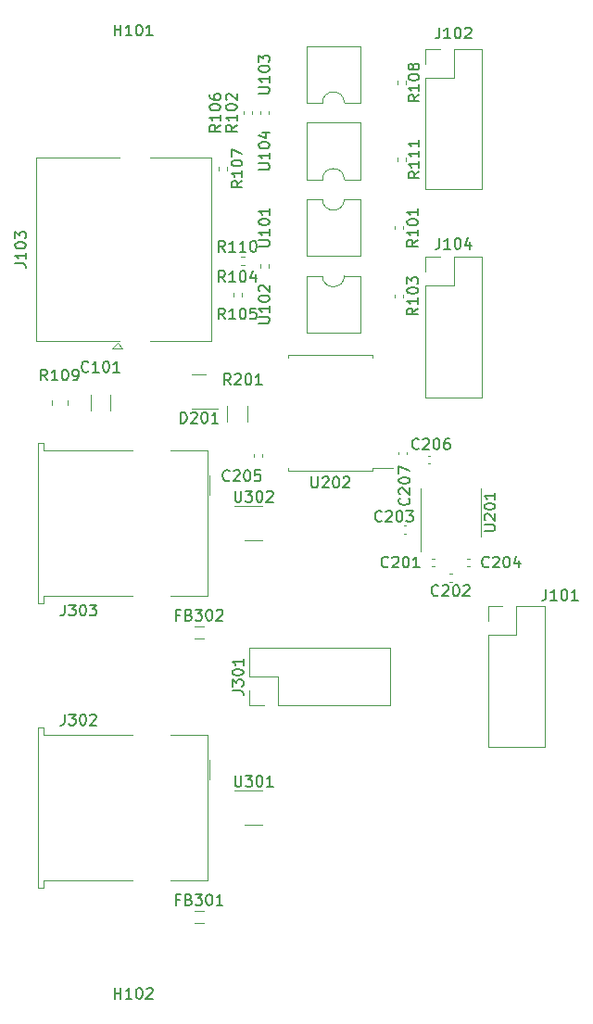
<source format=gto>
G04 #@! TF.GenerationSoftware,KiCad,Pcbnew,6.0.5+dfsg-1~bpo11+1*
G04 #@! TF.CreationDate,2023-01-21T12:00:25+00:00*
G04 #@! TF.ProjectId,nascontrol-remote,6e617363-6f6e-4747-926f-6c2d72656d6f,rev?*
G04 #@! TF.SameCoordinates,Original*
G04 #@! TF.FileFunction,Legend,Top*
G04 #@! TF.FilePolarity,Positive*
%FSLAX46Y46*%
G04 Gerber Fmt 4.6, Leading zero omitted, Abs format (unit mm)*
G04 Created by KiCad (PCBNEW 6.0.5+dfsg-1~bpo11+1) date 2023-01-21 12:00:25*
%MOMM*%
%LPD*%
G01*
G04 APERTURE LIST*
%ADD10C,0.150000*%
%ADD11C,0.120000*%
G04 APERTURE END LIST*
D10*
X107285714Y-149452380D02*
X107285714Y-148452380D01*
X107285714Y-148928571D02*
X107857142Y-148928571D01*
X107857142Y-149452380D02*
X107857142Y-148452380D01*
X108857142Y-149452380D02*
X108285714Y-149452380D01*
X108571428Y-149452380D02*
X108571428Y-148452380D01*
X108476190Y-148595238D01*
X108380952Y-148690476D01*
X108285714Y-148738095D01*
X109476190Y-148452380D02*
X109571428Y-148452380D01*
X109666666Y-148500000D01*
X109714285Y-148547619D01*
X109761904Y-148642857D01*
X109809523Y-148833333D01*
X109809523Y-149071428D01*
X109761904Y-149261904D01*
X109714285Y-149357142D01*
X109666666Y-149404761D01*
X109571428Y-149452380D01*
X109476190Y-149452380D01*
X109380952Y-149404761D01*
X109333333Y-149357142D01*
X109285714Y-149261904D01*
X109238095Y-149071428D01*
X109238095Y-148833333D01*
X109285714Y-148642857D01*
X109333333Y-148547619D01*
X109380952Y-148500000D01*
X109476190Y-148452380D01*
X110190476Y-148547619D02*
X110238095Y-148500000D01*
X110333333Y-148452380D01*
X110571428Y-148452380D01*
X110666666Y-148500000D01*
X110714285Y-148547619D01*
X110761904Y-148642857D01*
X110761904Y-148738095D01*
X110714285Y-148880952D01*
X110142857Y-149452380D01*
X110761904Y-149452380D01*
X136860952Y-112557142D02*
X136813333Y-112604761D01*
X136670476Y-112652380D01*
X136575238Y-112652380D01*
X136432380Y-112604761D01*
X136337142Y-112509523D01*
X136289523Y-112414285D01*
X136241904Y-112223809D01*
X136241904Y-112080952D01*
X136289523Y-111890476D01*
X136337142Y-111795238D01*
X136432380Y-111700000D01*
X136575238Y-111652380D01*
X136670476Y-111652380D01*
X136813333Y-111700000D01*
X136860952Y-111747619D01*
X137241904Y-111747619D02*
X137289523Y-111700000D01*
X137384761Y-111652380D01*
X137622857Y-111652380D01*
X137718095Y-111700000D01*
X137765714Y-111747619D01*
X137813333Y-111842857D01*
X137813333Y-111938095D01*
X137765714Y-112080952D01*
X137194285Y-112652380D01*
X137813333Y-112652380D01*
X138432380Y-111652380D02*
X138527619Y-111652380D01*
X138622857Y-111700000D01*
X138670476Y-111747619D01*
X138718095Y-111842857D01*
X138765714Y-112033333D01*
X138765714Y-112271428D01*
X138718095Y-112461904D01*
X138670476Y-112557142D01*
X138622857Y-112604761D01*
X138527619Y-112652380D01*
X138432380Y-112652380D01*
X138337142Y-112604761D01*
X138289523Y-112557142D01*
X138241904Y-112461904D01*
X138194285Y-112271428D01*
X138194285Y-112033333D01*
X138241904Y-111842857D01*
X138289523Y-111747619D01*
X138337142Y-111700000D01*
X138432380Y-111652380D01*
X139146666Y-111747619D02*
X139194285Y-111700000D01*
X139289523Y-111652380D01*
X139527619Y-111652380D01*
X139622857Y-111700000D01*
X139670476Y-111747619D01*
X139718095Y-111842857D01*
X139718095Y-111938095D01*
X139670476Y-112080952D01*
X139099047Y-112652380D01*
X139718095Y-112652380D01*
X113214285Y-114378571D02*
X112880952Y-114378571D01*
X112880952Y-114902380D02*
X112880952Y-113902380D01*
X113357142Y-113902380D01*
X114071428Y-114378571D02*
X114214285Y-114426190D01*
X114261904Y-114473809D01*
X114309523Y-114569047D01*
X114309523Y-114711904D01*
X114261904Y-114807142D01*
X114214285Y-114854761D01*
X114119047Y-114902380D01*
X113738095Y-114902380D01*
X113738095Y-113902380D01*
X114071428Y-113902380D01*
X114166666Y-113950000D01*
X114214285Y-113997619D01*
X114261904Y-114092857D01*
X114261904Y-114188095D01*
X114214285Y-114283333D01*
X114166666Y-114330952D01*
X114071428Y-114378571D01*
X113738095Y-114378571D01*
X114642857Y-113902380D02*
X115261904Y-113902380D01*
X114928571Y-114283333D01*
X115071428Y-114283333D01*
X115166666Y-114330952D01*
X115214285Y-114378571D01*
X115261904Y-114473809D01*
X115261904Y-114711904D01*
X115214285Y-114807142D01*
X115166666Y-114854761D01*
X115071428Y-114902380D01*
X114785714Y-114902380D01*
X114690476Y-114854761D01*
X114642857Y-114807142D01*
X115880952Y-113902380D02*
X115976190Y-113902380D01*
X116071428Y-113950000D01*
X116119047Y-113997619D01*
X116166666Y-114092857D01*
X116214285Y-114283333D01*
X116214285Y-114521428D01*
X116166666Y-114711904D01*
X116119047Y-114807142D01*
X116071428Y-114854761D01*
X115976190Y-114902380D01*
X115880952Y-114902380D01*
X115785714Y-114854761D01*
X115738095Y-114807142D01*
X115690476Y-114711904D01*
X115642857Y-114521428D01*
X115642857Y-114283333D01*
X115690476Y-114092857D01*
X115738095Y-113997619D01*
X115785714Y-113950000D01*
X115880952Y-113902380D01*
X116595238Y-113997619D02*
X116642857Y-113950000D01*
X116738095Y-113902380D01*
X116976190Y-113902380D01*
X117071428Y-113950000D01*
X117119047Y-113997619D01*
X117166666Y-114092857D01*
X117166666Y-114188095D01*
X117119047Y-114330952D01*
X116547619Y-114902380D01*
X117166666Y-114902380D01*
X102714285Y-123452380D02*
X102714285Y-124166666D01*
X102666666Y-124309523D01*
X102571428Y-124404761D01*
X102428571Y-124452380D01*
X102333333Y-124452380D01*
X103095238Y-123452380D02*
X103714285Y-123452380D01*
X103380952Y-123833333D01*
X103523809Y-123833333D01*
X103619047Y-123880952D01*
X103666666Y-123928571D01*
X103714285Y-124023809D01*
X103714285Y-124261904D01*
X103666666Y-124357142D01*
X103619047Y-124404761D01*
X103523809Y-124452380D01*
X103238095Y-124452380D01*
X103142857Y-124404761D01*
X103095238Y-124357142D01*
X104333333Y-123452380D02*
X104428571Y-123452380D01*
X104523809Y-123500000D01*
X104571428Y-123547619D01*
X104619047Y-123642857D01*
X104666666Y-123833333D01*
X104666666Y-124071428D01*
X104619047Y-124261904D01*
X104571428Y-124357142D01*
X104523809Y-124404761D01*
X104428571Y-124452380D01*
X104333333Y-124452380D01*
X104238095Y-124404761D01*
X104190476Y-124357142D01*
X104142857Y-124261904D01*
X104095238Y-124071428D01*
X104095238Y-123833333D01*
X104142857Y-123642857D01*
X104190476Y-123547619D01*
X104238095Y-123500000D01*
X104333333Y-123452380D01*
X105047619Y-123547619D02*
X105095238Y-123500000D01*
X105190476Y-123452380D01*
X105428571Y-123452380D01*
X105523809Y-123500000D01*
X105571428Y-123547619D01*
X105619047Y-123642857D01*
X105619047Y-123738095D01*
X105571428Y-123880952D01*
X105000000Y-124452380D01*
X105619047Y-124452380D01*
X118285714Y-129052380D02*
X118285714Y-129861904D01*
X118333333Y-129957142D01*
X118380952Y-130004761D01*
X118476190Y-130052380D01*
X118666666Y-130052380D01*
X118761904Y-130004761D01*
X118809523Y-129957142D01*
X118857142Y-129861904D01*
X118857142Y-129052380D01*
X119238095Y-129052380D02*
X119857142Y-129052380D01*
X119523809Y-129433333D01*
X119666666Y-129433333D01*
X119761904Y-129480952D01*
X119809523Y-129528571D01*
X119857142Y-129623809D01*
X119857142Y-129861904D01*
X119809523Y-129957142D01*
X119761904Y-130004761D01*
X119666666Y-130052380D01*
X119380952Y-130052380D01*
X119285714Y-130004761D01*
X119238095Y-129957142D01*
X120476190Y-129052380D02*
X120571428Y-129052380D01*
X120666666Y-129100000D01*
X120714285Y-129147619D01*
X120761904Y-129242857D01*
X120809523Y-129433333D01*
X120809523Y-129671428D01*
X120761904Y-129861904D01*
X120714285Y-129957142D01*
X120666666Y-130004761D01*
X120571428Y-130052380D01*
X120476190Y-130052380D01*
X120380952Y-130004761D01*
X120333333Y-129957142D01*
X120285714Y-129861904D01*
X120238095Y-129671428D01*
X120238095Y-129433333D01*
X120285714Y-129242857D01*
X120333333Y-129147619D01*
X120380952Y-129100000D01*
X120476190Y-129052380D01*
X121761904Y-130052380D02*
X121190476Y-130052380D01*
X121476190Y-130052380D02*
X121476190Y-129052380D01*
X121380952Y-129195238D01*
X121285714Y-129290476D01*
X121190476Y-129338095D01*
X132280952Y-109957142D02*
X132233333Y-110004761D01*
X132090476Y-110052380D01*
X131995238Y-110052380D01*
X131852380Y-110004761D01*
X131757142Y-109909523D01*
X131709523Y-109814285D01*
X131661904Y-109623809D01*
X131661904Y-109480952D01*
X131709523Y-109290476D01*
X131757142Y-109195238D01*
X131852380Y-109100000D01*
X131995238Y-109052380D01*
X132090476Y-109052380D01*
X132233333Y-109100000D01*
X132280952Y-109147619D01*
X132661904Y-109147619D02*
X132709523Y-109100000D01*
X132804761Y-109052380D01*
X133042857Y-109052380D01*
X133138095Y-109100000D01*
X133185714Y-109147619D01*
X133233333Y-109242857D01*
X133233333Y-109338095D01*
X133185714Y-109480952D01*
X132614285Y-110052380D01*
X133233333Y-110052380D01*
X133852380Y-109052380D02*
X133947619Y-109052380D01*
X134042857Y-109100000D01*
X134090476Y-109147619D01*
X134138095Y-109242857D01*
X134185714Y-109433333D01*
X134185714Y-109671428D01*
X134138095Y-109861904D01*
X134090476Y-109957142D01*
X134042857Y-110004761D01*
X133947619Y-110052380D01*
X133852380Y-110052380D01*
X133757142Y-110004761D01*
X133709523Y-109957142D01*
X133661904Y-109861904D01*
X133614285Y-109671428D01*
X133614285Y-109433333D01*
X133661904Y-109242857D01*
X133709523Y-109147619D01*
X133757142Y-109100000D01*
X133852380Y-109052380D01*
X135138095Y-110052380D02*
X134566666Y-110052380D01*
X134852380Y-110052380D02*
X134852380Y-109052380D01*
X134757142Y-109195238D01*
X134661904Y-109290476D01*
X134566666Y-109338095D01*
X98177380Y-82285714D02*
X98891666Y-82285714D01*
X99034523Y-82333333D01*
X99129761Y-82428571D01*
X99177380Y-82571428D01*
X99177380Y-82666666D01*
X99177380Y-81285714D02*
X99177380Y-81857142D01*
X99177380Y-81571428D02*
X98177380Y-81571428D01*
X98320238Y-81666666D01*
X98415476Y-81761904D01*
X98463095Y-81857142D01*
X98177380Y-80666666D02*
X98177380Y-80571428D01*
X98225000Y-80476190D01*
X98272619Y-80428571D01*
X98367857Y-80380952D01*
X98558333Y-80333333D01*
X98796428Y-80333333D01*
X98986904Y-80380952D01*
X99082142Y-80428571D01*
X99129761Y-80476190D01*
X99177380Y-80571428D01*
X99177380Y-80666666D01*
X99129761Y-80761904D01*
X99082142Y-80809523D01*
X98986904Y-80857142D01*
X98796428Y-80904761D01*
X98558333Y-80904761D01*
X98367857Y-80857142D01*
X98272619Y-80809523D01*
X98225000Y-80761904D01*
X98177380Y-80666666D01*
X98177380Y-80000000D02*
X98177380Y-79380952D01*
X98558333Y-79714285D01*
X98558333Y-79571428D01*
X98605952Y-79476190D01*
X98653571Y-79428571D01*
X98748809Y-79380952D01*
X98986904Y-79380952D01*
X99082142Y-79428571D01*
X99129761Y-79476190D01*
X99177380Y-79571428D01*
X99177380Y-79857142D01*
X99129761Y-79952380D01*
X99082142Y-80000000D01*
X120452380Y-87714285D02*
X121261904Y-87714285D01*
X121357142Y-87666666D01*
X121404761Y-87619047D01*
X121452380Y-87523809D01*
X121452380Y-87333333D01*
X121404761Y-87238095D01*
X121357142Y-87190476D01*
X121261904Y-87142857D01*
X120452380Y-87142857D01*
X121452380Y-86142857D02*
X121452380Y-86714285D01*
X121452380Y-86428571D02*
X120452380Y-86428571D01*
X120595238Y-86523809D01*
X120690476Y-86619047D01*
X120738095Y-86714285D01*
X120452380Y-85523809D02*
X120452380Y-85428571D01*
X120500000Y-85333333D01*
X120547619Y-85285714D01*
X120642857Y-85238095D01*
X120833333Y-85190476D01*
X121071428Y-85190476D01*
X121261904Y-85238095D01*
X121357142Y-85285714D01*
X121404761Y-85333333D01*
X121452380Y-85428571D01*
X121452380Y-85523809D01*
X121404761Y-85619047D01*
X121357142Y-85666666D01*
X121261904Y-85714285D01*
X121071428Y-85761904D01*
X120833333Y-85761904D01*
X120642857Y-85714285D01*
X120547619Y-85666666D01*
X120500000Y-85619047D01*
X120452380Y-85523809D01*
X120547619Y-84809523D02*
X120500000Y-84761904D01*
X120452380Y-84666666D01*
X120452380Y-84428571D01*
X120500000Y-84333333D01*
X120547619Y-84285714D01*
X120642857Y-84238095D01*
X120738095Y-84238095D01*
X120880952Y-84285714D01*
X121452380Y-84857142D01*
X121452380Y-84238095D01*
X117880952Y-93352380D02*
X117547619Y-92876190D01*
X117309523Y-93352380D02*
X117309523Y-92352380D01*
X117690476Y-92352380D01*
X117785714Y-92400000D01*
X117833333Y-92447619D01*
X117880952Y-92542857D01*
X117880952Y-92685714D01*
X117833333Y-92780952D01*
X117785714Y-92828571D01*
X117690476Y-92876190D01*
X117309523Y-92876190D01*
X118261904Y-92447619D02*
X118309523Y-92400000D01*
X118404761Y-92352380D01*
X118642857Y-92352380D01*
X118738095Y-92400000D01*
X118785714Y-92447619D01*
X118833333Y-92542857D01*
X118833333Y-92638095D01*
X118785714Y-92780952D01*
X118214285Y-93352380D01*
X118833333Y-93352380D01*
X119452380Y-92352380D02*
X119547619Y-92352380D01*
X119642857Y-92400000D01*
X119690476Y-92447619D01*
X119738095Y-92542857D01*
X119785714Y-92733333D01*
X119785714Y-92971428D01*
X119738095Y-93161904D01*
X119690476Y-93257142D01*
X119642857Y-93304761D01*
X119547619Y-93352380D01*
X119452380Y-93352380D01*
X119357142Y-93304761D01*
X119309523Y-93257142D01*
X119261904Y-93161904D01*
X119214285Y-92971428D01*
X119214285Y-92733333D01*
X119261904Y-92542857D01*
X119309523Y-92447619D01*
X119357142Y-92400000D01*
X119452380Y-92352380D01*
X120738095Y-93352380D02*
X120166666Y-93352380D01*
X120452380Y-93352380D02*
X120452380Y-92352380D01*
X120357142Y-92495238D01*
X120261904Y-92590476D01*
X120166666Y-92638095D01*
X146709285Y-112047380D02*
X146709285Y-112761666D01*
X146661666Y-112904523D01*
X146566428Y-112999761D01*
X146423571Y-113047380D01*
X146328333Y-113047380D01*
X147709285Y-113047380D02*
X147137857Y-113047380D01*
X147423571Y-113047380D02*
X147423571Y-112047380D01*
X147328333Y-112190238D01*
X147233095Y-112285476D01*
X147137857Y-112333095D01*
X148328333Y-112047380D02*
X148423571Y-112047380D01*
X148518809Y-112095000D01*
X148566428Y-112142619D01*
X148614047Y-112237857D01*
X148661666Y-112428333D01*
X148661666Y-112666428D01*
X148614047Y-112856904D01*
X148566428Y-112952142D01*
X148518809Y-112999761D01*
X148423571Y-113047380D01*
X148328333Y-113047380D01*
X148233095Y-112999761D01*
X148185476Y-112952142D01*
X148137857Y-112856904D01*
X148090238Y-112666428D01*
X148090238Y-112428333D01*
X148137857Y-112237857D01*
X148185476Y-112142619D01*
X148233095Y-112095000D01*
X148328333Y-112047380D01*
X149614047Y-113047380D02*
X149042619Y-113047380D01*
X149328333Y-113047380D02*
X149328333Y-112047380D01*
X149233095Y-112190238D01*
X149137857Y-112285476D01*
X149042619Y-112333095D01*
X117380952Y-87352380D02*
X117047619Y-86876190D01*
X116809523Y-87352380D02*
X116809523Y-86352380D01*
X117190476Y-86352380D01*
X117285714Y-86400000D01*
X117333333Y-86447619D01*
X117380952Y-86542857D01*
X117380952Y-86685714D01*
X117333333Y-86780952D01*
X117285714Y-86828571D01*
X117190476Y-86876190D01*
X116809523Y-86876190D01*
X118333333Y-87352380D02*
X117761904Y-87352380D01*
X118047619Y-87352380D02*
X118047619Y-86352380D01*
X117952380Y-86495238D01*
X117857142Y-86590476D01*
X117761904Y-86638095D01*
X118952380Y-86352380D02*
X119047619Y-86352380D01*
X119142857Y-86400000D01*
X119190476Y-86447619D01*
X119238095Y-86542857D01*
X119285714Y-86733333D01*
X119285714Y-86971428D01*
X119238095Y-87161904D01*
X119190476Y-87257142D01*
X119142857Y-87304761D01*
X119047619Y-87352380D01*
X118952380Y-87352380D01*
X118857142Y-87304761D01*
X118809523Y-87257142D01*
X118761904Y-87161904D01*
X118714285Y-86971428D01*
X118714285Y-86733333D01*
X118761904Y-86542857D01*
X118809523Y-86447619D01*
X118857142Y-86400000D01*
X118952380Y-86352380D01*
X120190476Y-86352380D02*
X119714285Y-86352380D01*
X119666666Y-86828571D01*
X119714285Y-86780952D01*
X119809523Y-86733333D01*
X120047619Y-86733333D01*
X120142857Y-86780952D01*
X120190476Y-86828571D01*
X120238095Y-86923809D01*
X120238095Y-87161904D01*
X120190476Y-87257142D01*
X120142857Y-87304761D01*
X120047619Y-87352380D01*
X119809523Y-87352380D01*
X119714285Y-87304761D01*
X119666666Y-87257142D01*
X125285714Y-101752380D02*
X125285714Y-102561904D01*
X125333333Y-102657142D01*
X125380952Y-102704761D01*
X125476190Y-102752380D01*
X125666666Y-102752380D01*
X125761904Y-102704761D01*
X125809523Y-102657142D01*
X125857142Y-102561904D01*
X125857142Y-101752380D01*
X126285714Y-101847619D02*
X126333333Y-101800000D01*
X126428571Y-101752380D01*
X126666666Y-101752380D01*
X126761904Y-101800000D01*
X126809523Y-101847619D01*
X126857142Y-101942857D01*
X126857142Y-102038095D01*
X126809523Y-102180952D01*
X126238095Y-102752380D01*
X126857142Y-102752380D01*
X127476190Y-101752380D02*
X127571428Y-101752380D01*
X127666666Y-101800000D01*
X127714285Y-101847619D01*
X127761904Y-101942857D01*
X127809523Y-102133333D01*
X127809523Y-102371428D01*
X127761904Y-102561904D01*
X127714285Y-102657142D01*
X127666666Y-102704761D01*
X127571428Y-102752380D01*
X127476190Y-102752380D01*
X127380952Y-102704761D01*
X127333333Y-102657142D01*
X127285714Y-102561904D01*
X127238095Y-102371428D01*
X127238095Y-102133333D01*
X127285714Y-101942857D01*
X127333333Y-101847619D01*
X127380952Y-101800000D01*
X127476190Y-101752380D01*
X128190476Y-101847619D02*
X128238095Y-101800000D01*
X128333333Y-101752380D01*
X128571428Y-101752380D01*
X128666666Y-101800000D01*
X128714285Y-101847619D01*
X128761904Y-101942857D01*
X128761904Y-102038095D01*
X128714285Y-102180952D01*
X128142857Y-102752380D01*
X128761904Y-102752380D01*
X118452380Y-69619047D02*
X117976190Y-69952380D01*
X118452380Y-70190476D02*
X117452380Y-70190476D01*
X117452380Y-69809523D01*
X117500000Y-69714285D01*
X117547619Y-69666666D01*
X117642857Y-69619047D01*
X117785714Y-69619047D01*
X117880952Y-69666666D01*
X117928571Y-69714285D01*
X117976190Y-69809523D01*
X117976190Y-70190476D01*
X118452380Y-68666666D02*
X118452380Y-69238095D01*
X118452380Y-68952380D02*
X117452380Y-68952380D01*
X117595238Y-69047619D01*
X117690476Y-69142857D01*
X117738095Y-69238095D01*
X117452380Y-68047619D02*
X117452380Y-67952380D01*
X117500000Y-67857142D01*
X117547619Y-67809523D01*
X117642857Y-67761904D01*
X117833333Y-67714285D01*
X118071428Y-67714285D01*
X118261904Y-67761904D01*
X118357142Y-67809523D01*
X118404761Y-67857142D01*
X118452380Y-67952380D01*
X118452380Y-68047619D01*
X118404761Y-68142857D01*
X118357142Y-68190476D01*
X118261904Y-68238095D01*
X118071428Y-68285714D01*
X117833333Y-68285714D01*
X117642857Y-68238095D01*
X117547619Y-68190476D01*
X117500000Y-68142857D01*
X117452380Y-68047619D01*
X117547619Y-67333333D02*
X117500000Y-67285714D01*
X117452380Y-67190476D01*
X117452380Y-66952380D01*
X117500000Y-66857142D01*
X117547619Y-66809523D01*
X117642857Y-66761904D01*
X117738095Y-66761904D01*
X117880952Y-66809523D01*
X118452380Y-67380952D01*
X118452380Y-66761904D01*
X118952380Y-74719047D02*
X118476190Y-75052380D01*
X118952380Y-75290476D02*
X117952380Y-75290476D01*
X117952380Y-74909523D01*
X118000000Y-74814285D01*
X118047619Y-74766666D01*
X118142857Y-74719047D01*
X118285714Y-74719047D01*
X118380952Y-74766666D01*
X118428571Y-74814285D01*
X118476190Y-74909523D01*
X118476190Y-75290476D01*
X118952380Y-73766666D02*
X118952380Y-74338095D01*
X118952380Y-74052380D02*
X117952380Y-74052380D01*
X118095238Y-74147619D01*
X118190476Y-74242857D01*
X118238095Y-74338095D01*
X117952380Y-73147619D02*
X117952380Y-73052380D01*
X118000000Y-72957142D01*
X118047619Y-72909523D01*
X118142857Y-72861904D01*
X118333333Y-72814285D01*
X118571428Y-72814285D01*
X118761904Y-72861904D01*
X118857142Y-72909523D01*
X118904761Y-72957142D01*
X118952380Y-73052380D01*
X118952380Y-73147619D01*
X118904761Y-73242857D01*
X118857142Y-73290476D01*
X118761904Y-73338095D01*
X118571428Y-73385714D01*
X118333333Y-73385714D01*
X118142857Y-73338095D01*
X118047619Y-73290476D01*
X118000000Y-73242857D01*
X117952380Y-73147619D01*
X117952380Y-72480952D02*
X117952380Y-71814285D01*
X118952380Y-72242857D01*
X120452380Y-73714285D02*
X121261904Y-73714285D01*
X121357142Y-73666666D01*
X121404761Y-73619047D01*
X121452380Y-73523809D01*
X121452380Y-73333333D01*
X121404761Y-73238095D01*
X121357142Y-73190476D01*
X121261904Y-73142857D01*
X120452380Y-73142857D01*
X121452380Y-72142857D02*
X121452380Y-72714285D01*
X121452380Y-72428571D02*
X120452380Y-72428571D01*
X120595238Y-72523809D01*
X120690476Y-72619047D01*
X120738095Y-72714285D01*
X120452380Y-71523809D02*
X120452380Y-71428571D01*
X120500000Y-71333333D01*
X120547619Y-71285714D01*
X120642857Y-71238095D01*
X120833333Y-71190476D01*
X121071428Y-71190476D01*
X121261904Y-71238095D01*
X121357142Y-71285714D01*
X121404761Y-71333333D01*
X121452380Y-71428571D01*
X121452380Y-71523809D01*
X121404761Y-71619047D01*
X121357142Y-71666666D01*
X121261904Y-71714285D01*
X121071428Y-71761904D01*
X120833333Y-71761904D01*
X120642857Y-71714285D01*
X120547619Y-71666666D01*
X120500000Y-71619047D01*
X120452380Y-71523809D01*
X120785714Y-70333333D02*
X121452380Y-70333333D01*
X120404761Y-70571428D02*
X121119047Y-70809523D01*
X121119047Y-70190476D01*
X136964285Y-60702380D02*
X136964285Y-61416666D01*
X136916666Y-61559523D01*
X136821428Y-61654761D01*
X136678571Y-61702380D01*
X136583333Y-61702380D01*
X137964285Y-61702380D02*
X137392857Y-61702380D01*
X137678571Y-61702380D02*
X137678571Y-60702380D01*
X137583333Y-60845238D01*
X137488095Y-60940476D01*
X137392857Y-60988095D01*
X138583333Y-60702380D02*
X138678571Y-60702380D01*
X138773809Y-60750000D01*
X138821428Y-60797619D01*
X138869047Y-60892857D01*
X138916666Y-61083333D01*
X138916666Y-61321428D01*
X138869047Y-61511904D01*
X138821428Y-61607142D01*
X138773809Y-61654761D01*
X138678571Y-61702380D01*
X138583333Y-61702380D01*
X138488095Y-61654761D01*
X138440476Y-61607142D01*
X138392857Y-61511904D01*
X138345238Y-61321428D01*
X138345238Y-61083333D01*
X138392857Y-60892857D01*
X138440476Y-60797619D01*
X138488095Y-60750000D01*
X138583333Y-60702380D01*
X139297619Y-60797619D02*
X139345238Y-60750000D01*
X139440476Y-60702380D01*
X139678571Y-60702380D01*
X139773809Y-60750000D01*
X139821428Y-60797619D01*
X139869047Y-60892857D01*
X139869047Y-60988095D01*
X139821428Y-61130952D01*
X139250000Y-61702380D01*
X139869047Y-61702380D01*
X104880952Y-92107142D02*
X104833333Y-92154761D01*
X104690476Y-92202380D01*
X104595238Y-92202380D01*
X104452380Y-92154761D01*
X104357142Y-92059523D01*
X104309523Y-91964285D01*
X104261904Y-91773809D01*
X104261904Y-91630952D01*
X104309523Y-91440476D01*
X104357142Y-91345238D01*
X104452380Y-91250000D01*
X104595238Y-91202380D01*
X104690476Y-91202380D01*
X104833333Y-91250000D01*
X104880952Y-91297619D01*
X105833333Y-92202380D02*
X105261904Y-92202380D01*
X105547619Y-92202380D02*
X105547619Y-91202380D01*
X105452380Y-91345238D01*
X105357142Y-91440476D01*
X105261904Y-91488095D01*
X106452380Y-91202380D02*
X106547619Y-91202380D01*
X106642857Y-91250000D01*
X106690476Y-91297619D01*
X106738095Y-91392857D01*
X106785714Y-91583333D01*
X106785714Y-91821428D01*
X106738095Y-92011904D01*
X106690476Y-92107142D01*
X106642857Y-92154761D01*
X106547619Y-92202380D01*
X106452380Y-92202380D01*
X106357142Y-92154761D01*
X106309523Y-92107142D01*
X106261904Y-92011904D01*
X106214285Y-91821428D01*
X106214285Y-91583333D01*
X106261904Y-91392857D01*
X106309523Y-91297619D01*
X106357142Y-91250000D01*
X106452380Y-91202380D01*
X107738095Y-92202380D02*
X107166666Y-92202380D01*
X107452380Y-92202380D02*
X107452380Y-91202380D01*
X107357142Y-91345238D01*
X107261904Y-91440476D01*
X107166666Y-91488095D01*
X134157142Y-103719047D02*
X134204761Y-103766666D01*
X134252380Y-103909523D01*
X134252380Y-104004761D01*
X134204761Y-104147619D01*
X134109523Y-104242857D01*
X134014285Y-104290476D01*
X133823809Y-104338095D01*
X133680952Y-104338095D01*
X133490476Y-104290476D01*
X133395238Y-104242857D01*
X133300000Y-104147619D01*
X133252380Y-104004761D01*
X133252380Y-103909523D01*
X133300000Y-103766666D01*
X133347619Y-103719047D01*
X133347619Y-103338095D02*
X133300000Y-103290476D01*
X133252380Y-103195238D01*
X133252380Y-102957142D01*
X133300000Y-102861904D01*
X133347619Y-102814285D01*
X133442857Y-102766666D01*
X133538095Y-102766666D01*
X133680952Y-102814285D01*
X134252380Y-103385714D01*
X134252380Y-102766666D01*
X133252380Y-102147619D02*
X133252380Y-102052380D01*
X133300000Y-101957142D01*
X133347619Y-101909523D01*
X133442857Y-101861904D01*
X133633333Y-101814285D01*
X133871428Y-101814285D01*
X134061904Y-101861904D01*
X134157142Y-101909523D01*
X134204761Y-101957142D01*
X134252380Y-102052380D01*
X134252380Y-102147619D01*
X134204761Y-102242857D01*
X134157142Y-102290476D01*
X134061904Y-102338095D01*
X133871428Y-102385714D01*
X133633333Y-102385714D01*
X133442857Y-102338095D01*
X133347619Y-102290476D01*
X133300000Y-102242857D01*
X133252380Y-102147619D01*
X133252380Y-101480952D02*
X133252380Y-100814285D01*
X134252380Y-101242857D01*
X120452380Y-80714285D02*
X121261904Y-80714285D01*
X121357142Y-80666666D01*
X121404761Y-80619047D01*
X121452380Y-80523809D01*
X121452380Y-80333333D01*
X121404761Y-80238095D01*
X121357142Y-80190476D01*
X121261904Y-80142857D01*
X120452380Y-80142857D01*
X121452380Y-79142857D02*
X121452380Y-79714285D01*
X121452380Y-79428571D02*
X120452380Y-79428571D01*
X120595238Y-79523809D01*
X120690476Y-79619047D01*
X120738095Y-79714285D01*
X120452380Y-78523809D02*
X120452380Y-78428571D01*
X120500000Y-78333333D01*
X120547619Y-78285714D01*
X120642857Y-78238095D01*
X120833333Y-78190476D01*
X121071428Y-78190476D01*
X121261904Y-78238095D01*
X121357142Y-78285714D01*
X121404761Y-78333333D01*
X121452380Y-78428571D01*
X121452380Y-78523809D01*
X121404761Y-78619047D01*
X121357142Y-78666666D01*
X121261904Y-78714285D01*
X121071428Y-78761904D01*
X120833333Y-78761904D01*
X120642857Y-78714285D01*
X120547619Y-78666666D01*
X120500000Y-78619047D01*
X120452380Y-78523809D01*
X121452380Y-77238095D02*
X121452380Y-77809523D01*
X121452380Y-77523809D02*
X120452380Y-77523809D01*
X120595238Y-77619047D01*
X120690476Y-77714285D01*
X120738095Y-77809523D01*
X113309523Y-96852380D02*
X113309523Y-95852380D01*
X113547619Y-95852380D01*
X113690476Y-95900000D01*
X113785714Y-95995238D01*
X113833333Y-96090476D01*
X113880952Y-96280952D01*
X113880952Y-96423809D01*
X113833333Y-96614285D01*
X113785714Y-96709523D01*
X113690476Y-96804761D01*
X113547619Y-96852380D01*
X113309523Y-96852380D01*
X114261904Y-95947619D02*
X114309523Y-95900000D01*
X114404761Y-95852380D01*
X114642857Y-95852380D01*
X114738095Y-95900000D01*
X114785714Y-95947619D01*
X114833333Y-96042857D01*
X114833333Y-96138095D01*
X114785714Y-96280952D01*
X114214285Y-96852380D01*
X114833333Y-96852380D01*
X115452380Y-95852380D02*
X115547619Y-95852380D01*
X115642857Y-95900000D01*
X115690476Y-95947619D01*
X115738095Y-96042857D01*
X115785714Y-96233333D01*
X115785714Y-96471428D01*
X115738095Y-96661904D01*
X115690476Y-96757142D01*
X115642857Y-96804761D01*
X115547619Y-96852380D01*
X115452380Y-96852380D01*
X115357142Y-96804761D01*
X115309523Y-96757142D01*
X115261904Y-96661904D01*
X115214285Y-96471428D01*
X115214285Y-96233333D01*
X115261904Y-96042857D01*
X115309523Y-95947619D01*
X115357142Y-95900000D01*
X115452380Y-95852380D01*
X116738095Y-96852380D02*
X116166666Y-96852380D01*
X116452380Y-96852380D02*
X116452380Y-95852380D01*
X116357142Y-95995238D01*
X116261904Y-96090476D01*
X116166666Y-96138095D01*
X117380952Y-83952380D02*
X117047619Y-83476190D01*
X116809523Y-83952380D02*
X116809523Y-82952380D01*
X117190476Y-82952380D01*
X117285714Y-83000000D01*
X117333333Y-83047619D01*
X117380952Y-83142857D01*
X117380952Y-83285714D01*
X117333333Y-83380952D01*
X117285714Y-83428571D01*
X117190476Y-83476190D01*
X116809523Y-83476190D01*
X118333333Y-83952380D02*
X117761904Y-83952380D01*
X118047619Y-83952380D02*
X118047619Y-82952380D01*
X117952380Y-83095238D01*
X117857142Y-83190476D01*
X117761904Y-83238095D01*
X118952380Y-82952380D02*
X119047619Y-82952380D01*
X119142857Y-83000000D01*
X119190476Y-83047619D01*
X119238095Y-83142857D01*
X119285714Y-83333333D01*
X119285714Y-83571428D01*
X119238095Y-83761904D01*
X119190476Y-83857142D01*
X119142857Y-83904761D01*
X119047619Y-83952380D01*
X118952380Y-83952380D01*
X118857142Y-83904761D01*
X118809523Y-83857142D01*
X118761904Y-83761904D01*
X118714285Y-83571428D01*
X118714285Y-83333333D01*
X118761904Y-83142857D01*
X118809523Y-83047619D01*
X118857142Y-83000000D01*
X118952380Y-82952380D01*
X120142857Y-83285714D02*
X120142857Y-83952380D01*
X119904761Y-82904761D02*
X119666666Y-83619047D01*
X120285714Y-83619047D01*
X135080952Y-99157142D02*
X135033333Y-99204761D01*
X134890476Y-99252380D01*
X134795238Y-99252380D01*
X134652380Y-99204761D01*
X134557142Y-99109523D01*
X134509523Y-99014285D01*
X134461904Y-98823809D01*
X134461904Y-98680952D01*
X134509523Y-98490476D01*
X134557142Y-98395238D01*
X134652380Y-98300000D01*
X134795238Y-98252380D01*
X134890476Y-98252380D01*
X135033333Y-98300000D01*
X135080952Y-98347619D01*
X135461904Y-98347619D02*
X135509523Y-98300000D01*
X135604761Y-98252380D01*
X135842857Y-98252380D01*
X135938095Y-98300000D01*
X135985714Y-98347619D01*
X136033333Y-98442857D01*
X136033333Y-98538095D01*
X135985714Y-98680952D01*
X135414285Y-99252380D01*
X136033333Y-99252380D01*
X136652380Y-98252380D02*
X136747619Y-98252380D01*
X136842857Y-98300000D01*
X136890476Y-98347619D01*
X136938095Y-98442857D01*
X136985714Y-98633333D01*
X136985714Y-98871428D01*
X136938095Y-99061904D01*
X136890476Y-99157142D01*
X136842857Y-99204761D01*
X136747619Y-99252380D01*
X136652380Y-99252380D01*
X136557142Y-99204761D01*
X136509523Y-99157142D01*
X136461904Y-99061904D01*
X136414285Y-98871428D01*
X136414285Y-98633333D01*
X136461904Y-98442857D01*
X136509523Y-98347619D01*
X136557142Y-98300000D01*
X136652380Y-98252380D01*
X137842857Y-98252380D02*
X137652380Y-98252380D01*
X137557142Y-98300000D01*
X137509523Y-98347619D01*
X137414285Y-98490476D01*
X137366666Y-98680952D01*
X137366666Y-99061904D01*
X137414285Y-99157142D01*
X137461904Y-99204761D01*
X137557142Y-99252380D01*
X137747619Y-99252380D01*
X137842857Y-99204761D01*
X137890476Y-99157142D01*
X137938095Y-99061904D01*
X137938095Y-98823809D01*
X137890476Y-98728571D01*
X137842857Y-98680952D01*
X137747619Y-98633333D01*
X137557142Y-98633333D01*
X137461904Y-98680952D01*
X137414285Y-98728571D01*
X137366666Y-98823809D01*
X135122380Y-73869047D02*
X134646190Y-74202380D01*
X135122380Y-74440476D02*
X134122380Y-74440476D01*
X134122380Y-74059523D01*
X134170000Y-73964285D01*
X134217619Y-73916666D01*
X134312857Y-73869047D01*
X134455714Y-73869047D01*
X134550952Y-73916666D01*
X134598571Y-73964285D01*
X134646190Y-74059523D01*
X134646190Y-74440476D01*
X135122380Y-72916666D02*
X135122380Y-73488095D01*
X135122380Y-73202380D02*
X134122380Y-73202380D01*
X134265238Y-73297619D01*
X134360476Y-73392857D01*
X134408095Y-73488095D01*
X135122380Y-71964285D02*
X135122380Y-72535714D01*
X135122380Y-72250000D02*
X134122380Y-72250000D01*
X134265238Y-72345238D01*
X134360476Y-72440476D01*
X134408095Y-72535714D01*
X135122380Y-71011904D02*
X135122380Y-71583333D01*
X135122380Y-71297619D02*
X134122380Y-71297619D01*
X134265238Y-71392857D01*
X134360476Y-71488095D01*
X134408095Y-71583333D01*
X116952380Y-69619047D02*
X116476190Y-69952380D01*
X116952380Y-70190476D02*
X115952380Y-70190476D01*
X115952380Y-69809523D01*
X116000000Y-69714285D01*
X116047619Y-69666666D01*
X116142857Y-69619047D01*
X116285714Y-69619047D01*
X116380952Y-69666666D01*
X116428571Y-69714285D01*
X116476190Y-69809523D01*
X116476190Y-70190476D01*
X116952380Y-68666666D02*
X116952380Y-69238095D01*
X116952380Y-68952380D02*
X115952380Y-68952380D01*
X116095238Y-69047619D01*
X116190476Y-69142857D01*
X116238095Y-69238095D01*
X115952380Y-68047619D02*
X115952380Y-67952380D01*
X116000000Y-67857142D01*
X116047619Y-67809523D01*
X116142857Y-67761904D01*
X116333333Y-67714285D01*
X116571428Y-67714285D01*
X116761904Y-67761904D01*
X116857142Y-67809523D01*
X116904761Y-67857142D01*
X116952380Y-67952380D01*
X116952380Y-68047619D01*
X116904761Y-68142857D01*
X116857142Y-68190476D01*
X116761904Y-68238095D01*
X116571428Y-68285714D01*
X116333333Y-68285714D01*
X116142857Y-68238095D01*
X116047619Y-68190476D01*
X116000000Y-68142857D01*
X115952380Y-68047619D01*
X115952380Y-66857142D02*
X115952380Y-67047619D01*
X116000000Y-67142857D01*
X116047619Y-67190476D01*
X116190476Y-67285714D01*
X116380952Y-67333333D01*
X116761904Y-67333333D01*
X116857142Y-67285714D01*
X116904761Y-67238095D01*
X116952380Y-67142857D01*
X116952380Y-66952380D01*
X116904761Y-66857142D01*
X116857142Y-66809523D01*
X116761904Y-66761904D01*
X116523809Y-66761904D01*
X116428571Y-66809523D01*
X116380952Y-66857142D01*
X116333333Y-66952380D01*
X116333333Y-67142857D01*
X116380952Y-67238095D01*
X116428571Y-67285714D01*
X116523809Y-67333333D01*
X141052380Y-106714285D02*
X141861904Y-106714285D01*
X141957142Y-106666666D01*
X142004761Y-106619047D01*
X142052380Y-106523809D01*
X142052380Y-106333333D01*
X142004761Y-106238095D01*
X141957142Y-106190476D01*
X141861904Y-106142857D01*
X141052380Y-106142857D01*
X141147619Y-105714285D02*
X141100000Y-105666666D01*
X141052380Y-105571428D01*
X141052380Y-105333333D01*
X141100000Y-105238095D01*
X141147619Y-105190476D01*
X141242857Y-105142857D01*
X141338095Y-105142857D01*
X141480952Y-105190476D01*
X142052380Y-105761904D01*
X142052380Y-105142857D01*
X141052380Y-104523809D02*
X141052380Y-104428571D01*
X141100000Y-104333333D01*
X141147619Y-104285714D01*
X141242857Y-104238095D01*
X141433333Y-104190476D01*
X141671428Y-104190476D01*
X141861904Y-104238095D01*
X141957142Y-104285714D01*
X142004761Y-104333333D01*
X142052380Y-104428571D01*
X142052380Y-104523809D01*
X142004761Y-104619047D01*
X141957142Y-104666666D01*
X141861904Y-104714285D01*
X141671428Y-104761904D01*
X141433333Y-104761904D01*
X141242857Y-104714285D01*
X141147619Y-104666666D01*
X141100000Y-104619047D01*
X141052380Y-104523809D01*
X142052380Y-103238095D02*
X142052380Y-103809523D01*
X142052380Y-103523809D02*
X141052380Y-103523809D01*
X141195238Y-103619047D01*
X141290476Y-103714285D01*
X141338095Y-103809523D01*
X118047380Y-121290714D02*
X118761666Y-121290714D01*
X118904523Y-121338333D01*
X118999761Y-121433571D01*
X119047380Y-121576428D01*
X119047380Y-121671666D01*
X118047380Y-120909761D02*
X118047380Y-120290714D01*
X118428333Y-120624047D01*
X118428333Y-120481190D01*
X118475952Y-120385952D01*
X118523571Y-120338333D01*
X118618809Y-120290714D01*
X118856904Y-120290714D01*
X118952142Y-120338333D01*
X118999761Y-120385952D01*
X119047380Y-120481190D01*
X119047380Y-120766904D01*
X118999761Y-120862142D01*
X118952142Y-120909761D01*
X118047380Y-119671666D02*
X118047380Y-119576428D01*
X118095000Y-119481190D01*
X118142619Y-119433571D01*
X118237857Y-119385952D01*
X118428333Y-119338333D01*
X118666428Y-119338333D01*
X118856904Y-119385952D01*
X118952142Y-119433571D01*
X118999761Y-119481190D01*
X119047380Y-119576428D01*
X119047380Y-119671666D01*
X118999761Y-119766904D01*
X118952142Y-119814523D01*
X118856904Y-119862142D01*
X118666428Y-119909761D01*
X118428333Y-119909761D01*
X118237857Y-119862142D01*
X118142619Y-119814523D01*
X118095000Y-119766904D01*
X118047380Y-119671666D01*
X119047380Y-118385952D02*
X119047380Y-118957380D01*
X119047380Y-118671666D02*
X118047380Y-118671666D01*
X118190238Y-118766904D01*
X118285476Y-118862142D01*
X118333095Y-118957380D01*
X120452380Y-66714285D02*
X121261904Y-66714285D01*
X121357142Y-66666666D01*
X121404761Y-66619047D01*
X121452380Y-66523809D01*
X121452380Y-66333333D01*
X121404761Y-66238095D01*
X121357142Y-66190476D01*
X121261904Y-66142857D01*
X120452380Y-66142857D01*
X121452380Y-65142857D02*
X121452380Y-65714285D01*
X121452380Y-65428571D02*
X120452380Y-65428571D01*
X120595238Y-65523809D01*
X120690476Y-65619047D01*
X120738095Y-65714285D01*
X120452380Y-64523809D02*
X120452380Y-64428571D01*
X120500000Y-64333333D01*
X120547619Y-64285714D01*
X120642857Y-64238095D01*
X120833333Y-64190476D01*
X121071428Y-64190476D01*
X121261904Y-64238095D01*
X121357142Y-64285714D01*
X121404761Y-64333333D01*
X121452380Y-64428571D01*
X121452380Y-64523809D01*
X121404761Y-64619047D01*
X121357142Y-64666666D01*
X121261904Y-64714285D01*
X121071428Y-64761904D01*
X120833333Y-64761904D01*
X120642857Y-64714285D01*
X120547619Y-64666666D01*
X120500000Y-64619047D01*
X120452380Y-64523809D01*
X120452380Y-63857142D02*
X120452380Y-63238095D01*
X120833333Y-63571428D01*
X120833333Y-63428571D01*
X120880952Y-63333333D01*
X120928571Y-63285714D01*
X121023809Y-63238095D01*
X121261904Y-63238095D01*
X121357142Y-63285714D01*
X121404761Y-63333333D01*
X121452380Y-63428571D01*
X121452380Y-63714285D01*
X121404761Y-63809523D01*
X121357142Y-63857142D01*
X131680952Y-105757142D02*
X131633333Y-105804761D01*
X131490476Y-105852380D01*
X131395238Y-105852380D01*
X131252380Y-105804761D01*
X131157142Y-105709523D01*
X131109523Y-105614285D01*
X131061904Y-105423809D01*
X131061904Y-105280952D01*
X131109523Y-105090476D01*
X131157142Y-104995238D01*
X131252380Y-104900000D01*
X131395238Y-104852380D01*
X131490476Y-104852380D01*
X131633333Y-104900000D01*
X131680952Y-104947619D01*
X132061904Y-104947619D02*
X132109523Y-104900000D01*
X132204761Y-104852380D01*
X132442857Y-104852380D01*
X132538095Y-104900000D01*
X132585714Y-104947619D01*
X132633333Y-105042857D01*
X132633333Y-105138095D01*
X132585714Y-105280952D01*
X132014285Y-105852380D01*
X132633333Y-105852380D01*
X133252380Y-104852380D02*
X133347619Y-104852380D01*
X133442857Y-104900000D01*
X133490476Y-104947619D01*
X133538095Y-105042857D01*
X133585714Y-105233333D01*
X133585714Y-105471428D01*
X133538095Y-105661904D01*
X133490476Y-105757142D01*
X133442857Y-105804761D01*
X133347619Y-105852380D01*
X133252380Y-105852380D01*
X133157142Y-105804761D01*
X133109523Y-105757142D01*
X133061904Y-105661904D01*
X133014285Y-105471428D01*
X133014285Y-105233333D01*
X133061904Y-105042857D01*
X133109523Y-104947619D01*
X133157142Y-104900000D01*
X133252380Y-104852380D01*
X133919047Y-104852380D02*
X134538095Y-104852380D01*
X134204761Y-105233333D01*
X134347619Y-105233333D01*
X134442857Y-105280952D01*
X134490476Y-105328571D01*
X134538095Y-105423809D01*
X134538095Y-105661904D01*
X134490476Y-105757142D01*
X134442857Y-105804761D01*
X134347619Y-105852380D01*
X134061904Y-105852380D01*
X133966666Y-105804761D01*
X133919047Y-105757142D01*
X136964285Y-79952380D02*
X136964285Y-80666666D01*
X136916666Y-80809523D01*
X136821428Y-80904761D01*
X136678571Y-80952380D01*
X136583333Y-80952380D01*
X137964285Y-80952380D02*
X137392857Y-80952380D01*
X137678571Y-80952380D02*
X137678571Y-79952380D01*
X137583333Y-80095238D01*
X137488095Y-80190476D01*
X137392857Y-80238095D01*
X138583333Y-79952380D02*
X138678571Y-79952380D01*
X138773809Y-80000000D01*
X138821428Y-80047619D01*
X138869047Y-80142857D01*
X138916666Y-80333333D01*
X138916666Y-80571428D01*
X138869047Y-80761904D01*
X138821428Y-80857142D01*
X138773809Y-80904761D01*
X138678571Y-80952380D01*
X138583333Y-80952380D01*
X138488095Y-80904761D01*
X138440476Y-80857142D01*
X138392857Y-80761904D01*
X138345238Y-80571428D01*
X138345238Y-80333333D01*
X138392857Y-80142857D01*
X138440476Y-80047619D01*
X138488095Y-80000000D01*
X138583333Y-79952380D01*
X139773809Y-80285714D02*
X139773809Y-80952380D01*
X139535714Y-79904761D02*
X139297619Y-80619047D01*
X139916666Y-80619047D01*
X107285714Y-61452380D02*
X107285714Y-60452380D01*
X107285714Y-60928571D02*
X107857142Y-60928571D01*
X107857142Y-61452380D02*
X107857142Y-60452380D01*
X108857142Y-61452380D02*
X108285714Y-61452380D01*
X108571428Y-61452380D02*
X108571428Y-60452380D01*
X108476190Y-60595238D01*
X108380952Y-60690476D01*
X108285714Y-60738095D01*
X109476190Y-60452380D02*
X109571428Y-60452380D01*
X109666666Y-60500000D01*
X109714285Y-60547619D01*
X109761904Y-60642857D01*
X109809523Y-60833333D01*
X109809523Y-61071428D01*
X109761904Y-61261904D01*
X109714285Y-61357142D01*
X109666666Y-61404761D01*
X109571428Y-61452380D01*
X109476190Y-61452380D01*
X109380952Y-61404761D01*
X109333333Y-61357142D01*
X109285714Y-61261904D01*
X109238095Y-61071428D01*
X109238095Y-60833333D01*
X109285714Y-60642857D01*
X109333333Y-60547619D01*
X109380952Y-60500000D01*
X109476190Y-60452380D01*
X110761904Y-61452380D02*
X110190476Y-61452380D01*
X110476190Y-61452380D02*
X110476190Y-60452380D01*
X110380952Y-60595238D01*
X110285714Y-60690476D01*
X110190476Y-60738095D01*
X113214285Y-140378571D02*
X112880952Y-140378571D01*
X112880952Y-140902380D02*
X112880952Y-139902380D01*
X113357142Y-139902380D01*
X114071428Y-140378571D02*
X114214285Y-140426190D01*
X114261904Y-140473809D01*
X114309523Y-140569047D01*
X114309523Y-140711904D01*
X114261904Y-140807142D01*
X114214285Y-140854761D01*
X114119047Y-140902380D01*
X113738095Y-140902380D01*
X113738095Y-139902380D01*
X114071428Y-139902380D01*
X114166666Y-139950000D01*
X114214285Y-139997619D01*
X114261904Y-140092857D01*
X114261904Y-140188095D01*
X114214285Y-140283333D01*
X114166666Y-140330952D01*
X114071428Y-140378571D01*
X113738095Y-140378571D01*
X114642857Y-139902380D02*
X115261904Y-139902380D01*
X114928571Y-140283333D01*
X115071428Y-140283333D01*
X115166666Y-140330952D01*
X115214285Y-140378571D01*
X115261904Y-140473809D01*
X115261904Y-140711904D01*
X115214285Y-140807142D01*
X115166666Y-140854761D01*
X115071428Y-140902380D01*
X114785714Y-140902380D01*
X114690476Y-140854761D01*
X114642857Y-140807142D01*
X115880952Y-139902380D02*
X115976190Y-139902380D01*
X116071428Y-139950000D01*
X116119047Y-139997619D01*
X116166666Y-140092857D01*
X116214285Y-140283333D01*
X116214285Y-140521428D01*
X116166666Y-140711904D01*
X116119047Y-140807142D01*
X116071428Y-140854761D01*
X115976190Y-140902380D01*
X115880952Y-140902380D01*
X115785714Y-140854761D01*
X115738095Y-140807142D01*
X115690476Y-140711904D01*
X115642857Y-140521428D01*
X115642857Y-140283333D01*
X115690476Y-140092857D01*
X115738095Y-139997619D01*
X115785714Y-139950000D01*
X115880952Y-139902380D01*
X117166666Y-140902380D02*
X116595238Y-140902380D01*
X116880952Y-140902380D02*
X116880952Y-139902380D01*
X116785714Y-140045238D01*
X116690476Y-140140476D01*
X116595238Y-140188095D01*
X135002380Y-86369047D02*
X134526190Y-86702380D01*
X135002380Y-86940476D02*
X134002380Y-86940476D01*
X134002380Y-86559523D01*
X134050000Y-86464285D01*
X134097619Y-86416666D01*
X134192857Y-86369047D01*
X134335714Y-86369047D01*
X134430952Y-86416666D01*
X134478571Y-86464285D01*
X134526190Y-86559523D01*
X134526190Y-86940476D01*
X135002380Y-85416666D02*
X135002380Y-85988095D01*
X135002380Y-85702380D02*
X134002380Y-85702380D01*
X134145238Y-85797619D01*
X134240476Y-85892857D01*
X134288095Y-85988095D01*
X134002380Y-84797619D02*
X134002380Y-84702380D01*
X134050000Y-84607142D01*
X134097619Y-84559523D01*
X134192857Y-84511904D01*
X134383333Y-84464285D01*
X134621428Y-84464285D01*
X134811904Y-84511904D01*
X134907142Y-84559523D01*
X134954761Y-84607142D01*
X135002380Y-84702380D01*
X135002380Y-84797619D01*
X134954761Y-84892857D01*
X134907142Y-84940476D01*
X134811904Y-84988095D01*
X134621428Y-85035714D01*
X134383333Y-85035714D01*
X134192857Y-84988095D01*
X134097619Y-84940476D01*
X134050000Y-84892857D01*
X134002380Y-84797619D01*
X134002380Y-84130952D02*
X134002380Y-83511904D01*
X134383333Y-83845238D01*
X134383333Y-83702380D01*
X134430952Y-83607142D01*
X134478571Y-83559523D01*
X134573809Y-83511904D01*
X134811904Y-83511904D01*
X134907142Y-83559523D01*
X134954761Y-83607142D01*
X135002380Y-83702380D01*
X135002380Y-83988095D01*
X134954761Y-84083333D01*
X134907142Y-84130952D01*
X117380952Y-81202380D02*
X117047619Y-80726190D01*
X116809523Y-81202380D02*
X116809523Y-80202380D01*
X117190476Y-80202380D01*
X117285714Y-80250000D01*
X117333333Y-80297619D01*
X117380952Y-80392857D01*
X117380952Y-80535714D01*
X117333333Y-80630952D01*
X117285714Y-80678571D01*
X117190476Y-80726190D01*
X116809523Y-80726190D01*
X118333333Y-81202380D02*
X117761904Y-81202380D01*
X118047619Y-81202380D02*
X118047619Y-80202380D01*
X117952380Y-80345238D01*
X117857142Y-80440476D01*
X117761904Y-80488095D01*
X119285714Y-81202380D02*
X118714285Y-81202380D01*
X119000000Y-81202380D02*
X119000000Y-80202380D01*
X118904761Y-80345238D01*
X118809523Y-80440476D01*
X118714285Y-80488095D01*
X119904761Y-80202380D02*
X120000000Y-80202380D01*
X120095238Y-80250000D01*
X120142857Y-80297619D01*
X120190476Y-80392857D01*
X120238095Y-80583333D01*
X120238095Y-80821428D01*
X120190476Y-81011904D01*
X120142857Y-81107142D01*
X120095238Y-81154761D01*
X120000000Y-81202380D01*
X119904761Y-81202380D01*
X119809523Y-81154761D01*
X119761904Y-81107142D01*
X119714285Y-81011904D01*
X119666666Y-80821428D01*
X119666666Y-80583333D01*
X119714285Y-80392857D01*
X119761904Y-80297619D01*
X119809523Y-80250000D01*
X119904761Y-80202380D01*
X141480952Y-109957142D02*
X141433333Y-110004761D01*
X141290476Y-110052380D01*
X141195238Y-110052380D01*
X141052380Y-110004761D01*
X140957142Y-109909523D01*
X140909523Y-109814285D01*
X140861904Y-109623809D01*
X140861904Y-109480952D01*
X140909523Y-109290476D01*
X140957142Y-109195238D01*
X141052380Y-109100000D01*
X141195238Y-109052380D01*
X141290476Y-109052380D01*
X141433333Y-109100000D01*
X141480952Y-109147619D01*
X141861904Y-109147619D02*
X141909523Y-109100000D01*
X142004761Y-109052380D01*
X142242857Y-109052380D01*
X142338095Y-109100000D01*
X142385714Y-109147619D01*
X142433333Y-109242857D01*
X142433333Y-109338095D01*
X142385714Y-109480952D01*
X141814285Y-110052380D01*
X142433333Y-110052380D01*
X143052380Y-109052380D02*
X143147619Y-109052380D01*
X143242857Y-109100000D01*
X143290476Y-109147619D01*
X143338095Y-109242857D01*
X143385714Y-109433333D01*
X143385714Y-109671428D01*
X143338095Y-109861904D01*
X143290476Y-109957142D01*
X143242857Y-110004761D01*
X143147619Y-110052380D01*
X143052380Y-110052380D01*
X142957142Y-110004761D01*
X142909523Y-109957142D01*
X142861904Y-109861904D01*
X142814285Y-109671428D01*
X142814285Y-109433333D01*
X142861904Y-109242857D01*
X142909523Y-109147619D01*
X142957142Y-109100000D01*
X143052380Y-109052380D01*
X144242857Y-109385714D02*
X144242857Y-110052380D01*
X144004761Y-109004761D02*
X143766666Y-109719047D01*
X144385714Y-109719047D01*
X101130952Y-92952380D02*
X100797619Y-92476190D01*
X100559523Y-92952380D02*
X100559523Y-91952380D01*
X100940476Y-91952380D01*
X101035714Y-92000000D01*
X101083333Y-92047619D01*
X101130952Y-92142857D01*
X101130952Y-92285714D01*
X101083333Y-92380952D01*
X101035714Y-92428571D01*
X100940476Y-92476190D01*
X100559523Y-92476190D01*
X102083333Y-92952380D02*
X101511904Y-92952380D01*
X101797619Y-92952380D02*
X101797619Y-91952380D01*
X101702380Y-92095238D01*
X101607142Y-92190476D01*
X101511904Y-92238095D01*
X102702380Y-91952380D02*
X102797619Y-91952380D01*
X102892857Y-92000000D01*
X102940476Y-92047619D01*
X102988095Y-92142857D01*
X103035714Y-92333333D01*
X103035714Y-92571428D01*
X102988095Y-92761904D01*
X102940476Y-92857142D01*
X102892857Y-92904761D01*
X102797619Y-92952380D01*
X102702380Y-92952380D01*
X102607142Y-92904761D01*
X102559523Y-92857142D01*
X102511904Y-92761904D01*
X102464285Y-92571428D01*
X102464285Y-92333333D01*
X102511904Y-92142857D01*
X102559523Y-92047619D01*
X102607142Y-92000000D01*
X102702380Y-91952380D01*
X103511904Y-92952380D02*
X103702380Y-92952380D01*
X103797619Y-92904761D01*
X103845238Y-92857142D01*
X103940476Y-92714285D01*
X103988095Y-92523809D01*
X103988095Y-92142857D01*
X103940476Y-92047619D01*
X103892857Y-92000000D01*
X103797619Y-91952380D01*
X103607142Y-91952380D01*
X103511904Y-92000000D01*
X103464285Y-92047619D01*
X103416666Y-92142857D01*
X103416666Y-92380952D01*
X103464285Y-92476190D01*
X103511904Y-92523809D01*
X103607142Y-92571428D01*
X103797619Y-92571428D01*
X103892857Y-92523809D01*
X103940476Y-92476190D01*
X103988095Y-92380952D01*
X102714285Y-113452380D02*
X102714285Y-114166666D01*
X102666666Y-114309523D01*
X102571428Y-114404761D01*
X102428571Y-114452380D01*
X102333333Y-114452380D01*
X103095238Y-113452380D02*
X103714285Y-113452380D01*
X103380952Y-113833333D01*
X103523809Y-113833333D01*
X103619047Y-113880952D01*
X103666666Y-113928571D01*
X103714285Y-114023809D01*
X103714285Y-114261904D01*
X103666666Y-114357142D01*
X103619047Y-114404761D01*
X103523809Y-114452380D01*
X103238095Y-114452380D01*
X103142857Y-114404761D01*
X103095238Y-114357142D01*
X104333333Y-113452380D02*
X104428571Y-113452380D01*
X104523809Y-113500000D01*
X104571428Y-113547619D01*
X104619047Y-113642857D01*
X104666666Y-113833333D01*
X104666666Y-114071428D01*
X104619047Y-114261904D01*
X104571428Y-114357142D01*
X104523809Y-114404761D01*
X104428571Y-114452380D01*
X104333333Y-114452380D01*
X104238095Y-114404761D01*
X104190476Y-114357142D01*
X104142857Y-114261904D01*
X104095238Y-114071428D01*
X104095238Y-113833333D01*
X104142857Y-113642857D01*
X104190476Y-113547619D01*
X104238095Y-113500000D01*
X104333333Y-113452380D01*
X105000000Y-113452380D02*
X105619047Y-113452380D01*
X105285714Y-113833333D01*
X105428571Y-113833333D01*
X105523809Y-113880952D01*
X105571428Y-113928571D01*
X105619047Y-114023809D01*
X105619047Y-114261904D01*
X105571428Y-114357142D01*
X105523809Y-114404761D01*
X105428571Y-114452380D01*
X105142857Y-114452380D01*
X105047619Y-114404761D01*
X105000000Y-114357142D01*
X117780952Y-102057142D02*
X117733333Y-102104761D01*
X117590476Y-102152380D01*
X117495238Y-102152380D01*
X117352380Y-102104761D01*
X117257142Y-102009523D01*
X117209523Y-101914285D01*
X117161904Y-101723809D01*
X117161904Y-101580952D01*
X117209523Y-101390476D01*
X117257142Y-101295238D01*
X117352380Y-101200000D01*
X117495238Y-101152380D01*
X117590476Y-101152380D01*
X117733333Y-101200000D01*
X117780952Y-101247619D01*
X118161904Y-101247619D02*
X118209523Y-101200000D01*
X118304761Y-101152380D01*
X118542857Y-101152380D01*
X118638095Y-101200000D01*
X118685714Y-101247619D01*
X118733333Y-101342857D01*
X118733333Y-101438095D01*
X118685714Y-101580952D01*
X118114285Y-102152380D01*
X118733333Y-102152380D01*
X119352380Y-101152380D02*
X119447619Y-101152380D01*
X119542857Y-101200000D01*
X119590476Y-101247619D01*
X119638095Y-101342857D01*
X119685714Y-101533333D01*
X119685714Y-101771428D01*
X119638095Y-101961904D01*
X119590476Y-102057142D01*
X119542857Y-102104761D01*
X119447619Y-102152380D01*
X119352380Y-102152380D01*
X119257142Y-102104761D01*
X119209523Y-102057142D01*
X119161904Y-101961904D01*
X119114285Y-101771428D01*
X119114285Y-101533333D01*
X119161904Y-101342857D01*
X119209523Y-101247619D01*
X119257142Y-101200000D01*
X119352380Y-101152380D01*
X120590476Y-101152380D02*
X120114285Y-101152380D01*
X120066666Y-101628571D01*
X120114285Y-101580952D01*
X120209523Y-101533333D01*
X120447619Y-101533333D01*
X120542857Y-101580952D01*
X120590476Y-101628571D01*
X120638095Y-101723809D01*
X120638095Y-101961904D01*
X120590476Y-102057142D01*
X120542857Y-102104761D01*
X120447619Y-102152380D01*
X120209523Y-102152380D01*
X120114285Y-102104761D01*
X120066666Y-102057142D01*
X118285714Y-103052380D02*
X118285714Y-103861904D01*
X118333333Y-103957142D01*
X118380952Y-104004761D01*
X118476190Y-104052380D01*
X118666666Y-104052380D01*
X118761904Y-104004761D01*
X118809523Y-103957142D01*
X118857142Y-103861904D01*
X118857142Y-103052380D01*
X119238095Y-103052380D02*
X119857142Y-103052380D01*
X119523809Y-103433333D01*
X119666666Y-103433333D01*
X119761904Y-103480952D01*
X119809523Y-103528571D01*
X119857142Y-103623809D01*
X119857142Y-103861904D01*
X119809523Y-103957142D01*
X119761904Y-104004761D01*
X119666666Y-104052380D01*
X119380952Y-104052380D01*
X119285714Y-104004761D01*
X119238095Y-103957142D01*
X120476190Y-103052380D02*
X120571428Y-103052380D01*
X120666666Y-103100000D01*
X120714285Y-103147619D01*
X120761904Y-103242857D01*
X120809523Y-103433333D01*
X120809523Y-103671428D01*
X120761904Y-103861904D01*
X120714285Y-103957142D01*
X120666666Y-104004761D01*
X120571428Y-104052380D01*
X120476190Y-104052380D01*
X120380952Y-104004761D01*
X120333333Y-103957142D01*
X120285714Y-103861904D01*
X120238095Y-103671428D01*
X120238095Y-103433333D01*
X120285714Y-103242857D01*
X120333333Y-103147619D01*
X120380952Y-103100000D01*
X120476190Y-103052380D01*
X121190476Y-103147619D02*
X121238095Y-103100000D01*
X121333333Y-103052380D01*
X121571428Y-103052380D01*
X121666666Y-103100000D01*
X121714285Y-103147619D01*
X121761904Y-103242857D01*
X121761904Y-103338095D01*
X121714285Y-103480952D01*
X121142857Y-104052380D01*
X121761904Y-104052380D01*
X135122380Y-66869047D02*
X134646190Y-67202380D01*
X135122380Y-67440476D02*
X134122380Y-67440476D01*
X134122380Y-67059523D01*
X134170000Y-66964285D01*
X134217619Y-66916666D01*
X134312857Y-66869047D01*
X134455714Y-66869047D01*
X134550952Y-66916666D01*
X134598571Y-66964285D01*
X134646190Y-67059523D01*
X134646190Y-67440476D01*
X135122380Y-65916666D02*
X135122380Y-66488095D01*
X135122380Y-66202380D02*
X134122380Y-66202380D01*
X134265238Y-66297619D01*
X134360476Y-66392857D01*
X134408095Y-66488095D01*
X134122380Y-65297619D02*
X134122380Y-65202380D01*
X134170000Y-65107142D01*
X134217619Y-65059523D01*
X134312857Y-65011904D01*
X134503333Y-64964285D01*
X134741428Y-64964285D01*
X134931904Y-65011904D01*
X135027142Y-65059523D01*
X135074761Y-65107142D01*
X135122380Y-65202380D01*
X135122380Y-65297619D01*
X135074761Y-65392857D01*
X135027142Y-65440476D01*
X134931904Y-65488095D01*
X134741428Y-65535714D01*
X134503333Y-65535714D01*
X134312857Y-65488095D01*
X134217619Y-65440476D01*
X134170000Y-65392857D01*
X134122380Y-65297619D01*
X134550952Y-64392857D02*
X134503333Y-64488095D01*
X134455714Y-64535714D01*
X134360476Y-64583333D01*
X134312857Y-64583333D01*
X134217619Y-64535714D01*
X134170000Y-64488095D01*
X134122380Y-64392857D01*
X134122380Y-64202380D01*
X134170000Y-64107142D01*
X134217619Y-64059523D01*
X134312857Y-64011904D01*
X134360476Y-64011904D01*
X134455714Y-64059523D01*
X134503333Y-64107142D01*
X134550952Y-64202380D01*
X134550952Y-64392857D01*
X134598571Y-64488095D01*
X134646190Y-64535714D01*
X134741428Y-64583333D01*
X134931904Y-64583333D01*
X135027142Y-64535714D01*
X135074761Y-64488095D01*
X135122380Y-64392857D01*
X135122380Y-64202380D01*
X135074761Y-64107142D01*
X135027142Y-64059523D01*
X134931904Y-64011904D01*
X134741428Y-64011904D01*
X134646190Y-64059523D01*
X134598571Y-64107142D01*
X134550952Y-64202380D01*
X135002380Y-80119047D02*
X134526190Y-80452380D01*
X135002380Y-80690476D02*
X134002380Y-80690476D01*
X134002380Y-80309523D01*
X134050000Y-80214285D01*
X134097619Y-80166666D01*
X134192857Y-80119047D01*
X134335714Y-80119047D01*
X134430952Y-80166666D01*
X134478571Y-80214285D01*
X134526190Y-80309523D01*
X134526190Y-80690476D01*
X135002380Y-79166666D02*
X135002380Y-79738095D01*
X135002380Y-79452380D02*
X134002380Y-79452380D01*
X134145238Y-79547619D01*
X134240476Y-79642857D01*
X134288095Y-79738095D01*
X134002380Y-78547619D02*
X134002380Y-78452380D01*
X134050000Y-78357142D01*
X134097619Y-78309523D01*
X134192857Y-78261904D01*
X134383333Y-78214285D01*
X134621428Y-78214285D01*
X134811904Y-78261904D01*
X134907142Y-78309523D01*
X134954761Y-78357142D01*
X135002380Y-78452380D01*
X135002380Y-78547619D01*
X134954761Y-78642857D01*
X134907142Y-78690476D01*
X134811904Y-78738095D01*
X134621428Y-78785714D01*
X134383333Y-78785714D01*
X134192857Y-78738095D01*
X134097619Y-78690476D01*
X134050000Y-78642857D01*
X134002380Y-78547619D01*
X135002380Y-77261904D02*
X135002380Y-77833333D01*
X135002380Y-77547619D02*
X134002380Y-77547619D01*
X134145238Y-77642857D01*
X134240476Y-77738095D01*
X134288095Y-77833333D01*
D11*
X137872164Y-110640000D02*
X138087836Y-110640000D01*
X137872164Y-111360000D02*
X138087836Y-111360000D01*
X114600378Y-116560000D02*
X115399622Y-116560000D01*
X114600378Y-115440000D02*
X115399622Y-115440000D01*
X100780000Y-124690000D02*
X100260000Y-124690000D01*
X100260000Y-124690000D02*
X100260000Y-139310000D01*
X100780000Y-125340000D02*
X108890000Y-125340000D01*
X115740000Y-125340000D02*
X112410000Y-125340000D01*
X115740000Y-138660000D02*
X112410000Y-138660000D01*
X115740000Y-125340000D02*
X115740000Y-138660000D01*
X115960000Y-127600000D02*
X115960000Y-129400000D01*
X100780000Y-139310000D02*
X100780000Y-138660000D01*
X100260000Y-139310000D02*
X100780000Y-139310000D01*
X108890000Y-138660000D02*
X100780000Y-138660000D01*
X100780000Y-125340000D02*
X100780000Y-124690000D01*
X120000000Y-133560000D02*
X119200000Y-133560000D01*
X120000000Y-130440000D02*
X118200000Y-130440000D01*
X120000000Y-133560000D02*
X120800000Y-133560000D01*
X120000000Y-130440000D02*
X120800000Y-130440000D01*
X136292164Y-109240000D02*
X136507836Y-109240000D01*
X136292164Y-109960000D02*
X136507836Y-109960000D01*
X100115000Y-72635000D02*
X107725000Y-72635000D01*
X107025000Y-90060000D02*
X107525000Y-89560000D01*
X100115000Y-89365000D02*
X100115000Y-72635000D01*
X100115000Y-89365000D02*
X107725000Y-89365000D01*
X116085000Y-89365000D02*
X110525000Y-89365000D01*
X116085000Y-72635000D02*
X110525000Y-72635000D01*
X108025000Y-90060000D02*
X107025000Y-90060000D01*
X116085000Y-89365000D02*
X116085000Y-72635000D01*
X107525000Y-89560000D02*
X108025000Y-90060000D01*
X126275000Y-83400000D02*
X124825000Y-83400000D01*
X124825000Y-88600000D02*
X129725000Y-88600000D01*
X129725000Y-88600000D02*
X129725000Y-83400000D01*
X124825000Y-83400000D02*
X124825000Y-88600000D01*
X129725000Y-83400000D02*
X128275000Y-83400000D01*
X126275000Y-83400000D02*
G75*
G03*
X128275000Y-83400000I1000000J0D01*
G01*
X117590000Y-96727064D02*
X117590000Y-95272936D01*
X119410000Y-96727064D02*
X119410000Y-95272936D01*
X146595000Y-113595000D02*
X146595000Y-126415000D01*
X141395000Y-126415000D02*
X146595000Y-126415000D01*
X143995000Y-116195000D02*
X143995000Y-113595000D01*
X141395000Y-116195000D02*
X143995000Y-116195000D01*
X141395000Y-113595000D02*
X142725000Y-113595000D01*
X141395000Y-114925000D02*
X141395000Y-113595000D01*
X141395000Y-116195000D02*
X141395000Y-126415000D01*
X143995000Y-113595000D02*
X146595000Y-113595000D01*
X118930000Y-85303641D02*
X118930000Y-84996359D01*
X118170000Y-85303641D02*
X118170000Y-84996359D01*
X130860000Y-100930000D02*
X132675000Y-100930000D01*
X127000000Y-90665000D02*
X123140000Y-90665000D01*
X127000000Y-101185000D02*
X130860000Y-101185000D01*
X123140000Y-101185000D02*
X123140000Y-100930000D01*
X130860000Y-90665000D02*
X130860000Y-90920000D01*
X127000000Y-90665000D02*
X130860000Y-90665000D01*
X130860000Y-101185000D02*
X130860000Y-100930000D01*
X127000000Y-101185000D02*
X123140000Y-101185000D01*
X123140000Y-90665000D02*
X123140000Y-90920000D01*
X121380000Y-68346359D02*
X121380000Y-68653641D01*
X120620000Y-68346359D02*
X120620000Y-68653641D01*
X116820000Y-73753641D02*
X116820000Y-73446359D01*
X117580000Y-73753641D02*
X117580000Y-73446359D01*
X129725000Y-74600000D02*
X129725000Y-69400000D01*
X124825000Y-74600000D02*
X126275000Y-74600000D01*
X128275000Y-74600000D02*
X129725000Y-74600000D01*
X124825000Y-69400000D02*
X124825000Y-74600000D01*
X129725000Y-69400000D02*
X124825000Y-69400000D01*
X128275000Y-74600000D02*
G75*
G03*
X126275000Y-74600000I-1000000J0D01*
G01*
X135670000Y-64000000D02*
X135670000Y-62670000D01*
X140870000Y-62670000D02*
X140870000Y-75490000D01*
X135670000Y-65270000D02*
X135670000Y-75490000D01*
X138270000Y-62670000D02*
X140870000Y-62670000D01*
X135670000Y-62670000D02*
X137000000Y-62670000D01*
X135670000Y-65270000D02*
X138270000Y-65270000D01*
X135670000Y-75490000D02*
X140870000Y-75490000D01*
X138270000Y-65270000D02*
X138270000Y-62670000D01*
X105090000Y-94288748D02*
X105090000Y-95711252D01*
X106910000Y-94288748D02*
X106910000Y-95711252D01*
X133240000Y-99707836D02*
X133240000Y-99492164D01*
X133960000Y-99707836D02*
X133960000Y-99492164D01*
X124825000Y-76400000D02*
X124825000Y-81600000D01*
X126275000Y-76400000D02*
X124825000Y-76400000D01*
X129725000Y-76400000D02*
X128275000Y-76400000D01*
X129725000Y-81600000D02*
X129725000Y-76400000D01*
X124825000Y-81600000D02*
X129725000Y-81600000D01*
X126275000Y-76400000D02*
G75*
G03*
X128275000Y-76400000I1000000J0D01*
G01*
X115000000Y-92440000D02*
X115650000Y-92440000D01*
X115000000Y-95560000D02*
X116675000Y-95560000D01*
X115000000Y-92440000D02*
X114350000Y-92440000D01*
X115000000Y-95560000D02*
X114350000Y-95560000D01*
X120620000Y-82346359D02*
X120620000Y-82653641D01*
X121380000Y-82346359D02*
X121380000Y-82653641D01*
X135892164Y-100560000D02*
X136107836Y-100560000D01*
X135892164Y-99840000D02*
X136107836Y-99840000D01*
X133880000Y-72596359D02*
X133880000Y-72903641D01*
X133120000Y-72596359D02*
X133120000Y-72903641D01*
X119120000Y-68346359D02*
X119120000Y-68653641D01*
X119880000Y-68346359D02*
X119880000Y-68653641D01*
X135265000Y-105000000D02*
X135265000Y-108600000D01*
X140735000Y-105000000D02*
X140735000Y-107200000D01*
X140735000Y-105000000D02*
X140735000Y-102800000D01*
X135265000Y-105000000D02*
X135265000Y-102800000D01*
X122195000Y-122605000D02*
X132415000Y-122605000D01*
X119595000Y-122605000D02*
X119595000Y-121275000D01*
X122195000Y-122605000D02*
X122195000Y-120005000D01*
X122195000Y-120005000D02*
X119595000Y-120005000D01*
X132415000Y-122605000D02*
X132415000Y-117405000D01*
X119595000Y-117405000D02*
X132415000Y-117405000D01*
X119595000Y-120005000D02*
X119595000Y-117405000D01*
X120925000Y-122605000D02*
X119595000Y-122605000D01*
X124825000Y-62400000D02*
X124825000Y-67600000D01*
X128275000Y-67600000D02*
X129725000Y-67600000D01*
X129725000Y-67600000D02*
X129725000Y-62400000D01*
X124825000Y-67600000D02*
X126275000Y-67600000D01*
X129725000Y-62400000D02*
X124825000Y-62400000D01*
X128275000Y-67600000D02*
G75*
G03*
X126275000Y-67600000I-1000000J0D01*
G01*
X133907836Y-106960000D02*
X133692164Y-106960000D01*
X133907836Y-106240000D02*
X133692164Y-106240000D01*
X140870000Y-81670000D02*
X140870000Y-94490000D01*
X135670000Y-83000000D02*
X135670000Y-81670000D01*
X135670000Y-81670000D02*
X137000000Y-81670000D01*
X138270000Y-84270000D02*
X138270000Y-81670000D01*
X135670000Y-84270000D02*
X138270000Y-84270000D01*
X135670000Y-94490000D02*
X140870000Y-94490000D01*
X138270000Y-81670000D02*
X140870000Y-81670000D01*
X135670000Y-84270000D02*
X135670000Y-94490000D01*
X114600378Y-142560000D02*
X115399622Y-142560000D01*
X114600378Y-141440000D02*
X115399622Y-141440000D01*
X132920000Y-85096359D02*
X132920000Y-85403641D01*
X133680000Y-85096359D02*
X133680000Y-85403641D01*
X119153641Y-82380000D02*
X118846359Y-82380000D01*
X119153641Y-81620000D02*
X118846359Y-81620000D01*
X139492164Y-109240000D02*
X139707836Y-109240000D01*
X139492164Y-109960000D02*
X139707836Y-109960000D01*
X102985000Y-94772936D02*
X102985000Y-95227064D01*
X101515000Y-94772936D02*
X101515000Y-95227064D01*
X115960000Y-101600000D02*
X115960000Y-103400000D01*
X100780000Y-99340000D02*
X108890000Y-99340000D01*
X100260000Y-98690000D02*
X100260000Y-113310000D01*
X100780000Y-99340000D02*
X100780000Y-98690000D01*
X100780000Y-98690000D02*
X100260000Y-98690000D01*
X115740000Y-112660000D02*
X112410000Y-112660000D01*
X100780000Y-113310000D02*
X100780000Y-112660000D01*
X108890000Y-112660000D02*
X100780000Y-112660000D01*
X115740000Y-99340000D02*
X112410000Y-99340000D01*
X115740000Y-99340000D02*
X115740000Y-112660000D01*
X100260000Y-113310000D02*
X100780000Y-113310000D01*
X120040000Y-99907836D02*
X120040000Y-99692164D01*
X120760000Y-99907836D02*
X120760000Y-99692164D01*
X120000000Y-104440000D02*
X120800000Y-104440000D01*
X120000000Y-107560000D02*
X119200000Y-107560000D01*
X120000000Y-107560000D02*
X120800000Y-107560000D01*
X120000000Y-104440000D02*
X118200000Y-104440000D01*
X133880000Y-65596359D02*
X133880000Y-65903641D01*
X133120000Y-65596359D02*
X133120000Y-65903641D01*
X132920000Y-78846359D02*
X132920000Y-79153641D01*
X133680000Y-78846359D02*
X133680000Y-79153641D01*
M02*

</source>
